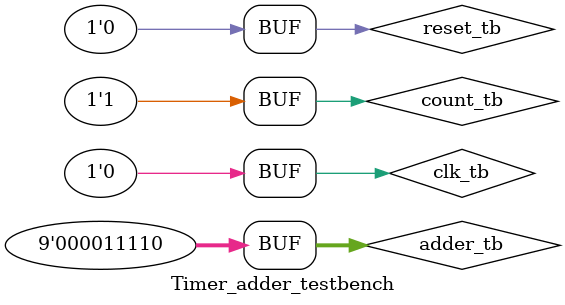
<source format=v>
`timescale 1 ns / 100 ps
module Timer_adder_testbench;

  /*  Inicialização das variáveis de input */
  reg count_tb, 
       reset_tb, 
       clk_tb;
  
  reg signed[8:0] adder_tb;

  /* Inicialização da variáveis de output */
  wire[3:0] seconds0_tb, 
           seconds1_tb, 
           minutes0_tb;

  /* Inicialização do módulo a ser testado */
  Timer UUT (
    .reset(reset_tb),
    .count(count_tb),
    .clk(clk_tb),
    .adder(adder_tb),
    .seconds0(seconds0_tb),
    .seconds1(seconds1_tb),
    .minutes0(minutes0_tb)
  );

  initial begin 
    /* Condições inciais */
    clk_tb = 1'b0;
    reset_tb = 1'b0;
    count_tb = 1'b1;
    adder_tb = 9'b1;

    $monitor("%d : %d %d", minutes0_tb, seconds1_tb, seconds0_tb);

    /* Mesmo sem clock, deve mudar o valor */
    adder_tb = 9'd30;

  end


endmodule
</source>
